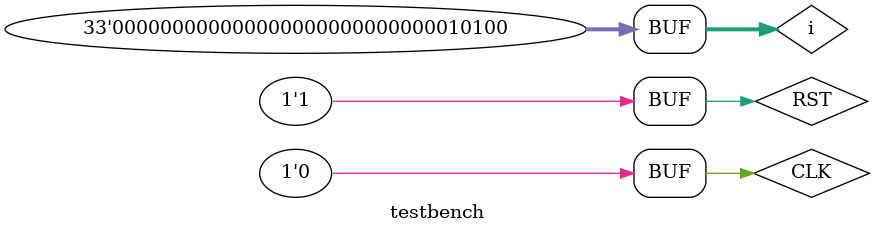
<source format=v>
`timescale 1ns / 1ps
`include "UPDN_COUNTER.v"

module testbench;

	// Inputs
	reg CLK;
	reg RST;

	// Outputs
	wire [3:0] OUT;
	reg [32:0] i;
	// Instantiate the Unit Under Test (UUT)
	UPDN_COUNTER uut (
		.CLK(CLK), 
		.RST(RST), 
		.OUT(OUT)
	);

	initial begin
		// Initialize Inputs
		CLK = 0;
		RST = 0;

		// Wait 100 ns for global reset to finish
		#100;
        
		// Add stimulus here
		
		for(i = 0; i < 20; i = i + 1)begin
			#5 CLK = ~CLK;
			if( i == 3) RST = 1;
		end
	end
      
endmodule


</source>
